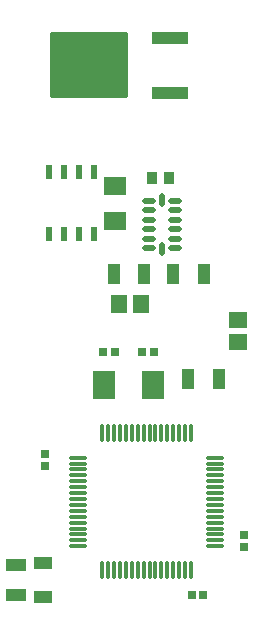
<source format=gbr>
%TF.GenerationSoftware,Altium Limited,Altium Designer,20.0.9 (164)*%
G04 Layer_Color=128*
%FSLAX26Y26*%
%MOIN*%
%TF.FileFunction,Paste,Bot*%
%TF.Part,Single*%
G01*
G75*
%TA.AperFunction,SMDPad,CuDef*%
%ADD13R,0.037402X0.041339*%
%ADD47R,0.064961X0.043307*%
%TA.AperFunction,ConnectorPad*%
%ADD48R,0.066929X0.043307*%
%TA.AperFunction,SMDPad,CuDef*%
%ADD49R,0.043307X0.066929*%
%ADD50R,0.074803X0.059055*%
%ADD51O,0.011811X0.062992*%
%ADD52O,0.062992X0.011811*%
%ADD53R,0.028346X0.028346*%
%ADD54R,0.061024X0.055118*%
%ADD55R,0.055118X0.061024*%
%ADD56R,0.028346X0.029921*%
%ADD57R,0.029921X0.028346*%
%ADD58O,0.045079X0.021654*%
%ADD59O,0.021654X0.045079*%
G04:AMPARAMS|DCode=60|XSize=41.339mil|YSize=122.047mil|CornerRadius=2.067mil|HoleSize=0mil|Usage=FLASHONLY|Rotation=90.000|XOffset=0mil|YOffset=0mil|HoleType=Round|Shape=RoundedRectangle|*
%AMROUNDEDRECTD60*
21,1,0.041339,0.117913,0,0,90.0*
21,1,0.037205,0.122047,0,0,90.0*
1,1,0.004134,0.058957,0.018602*
1,1,0.004134,0.058957,-0.018602*
1,1,0.004134,-0.058957,-0.018602*
1,1,0.004134,-0.058957,0.018602*
%
%ADD60ROUNDEDRECTD60*%
G04:AMPARAMS|DCode=61|XSize=220.472mil|YSize=259.842mil|CornerRadius=2.205mil|HoleSize=0mil|Usage=FLASHONLY|Rotation=90.000|XOffset=0mil|YOffset=0mil|HoleType=Round|Shape=RoundedRectangle|*
%AMROUNDEDRECTD61*
21,1,0.220472,0.255433,0,0,90.0*
21,1,0.216063,0.259842,0,0,90.0*
1,1,0.004409,0.127717,0.108031*
1,1,0.004409,0.127717,-0.108031*
1,1,0.004409,-0.127717,-0.108031*
1,1,0.004409,-0.127717,0.108031*
%
%ADD61ROUNDEDRECTD61*%
%ADD62R,0.074803X0.094488*%
G04:AMPARAMS|DCode=63|XSize=21.654mil|YSize=49.213mil|CornerRadius=1.949mil|HoleSize=0mil|Usage=FLASHONLY|Rotation=0.000|XOffset=0mil|YOffset=0mil|HoleType=Round|Shape=RoundedRectangle|*
%AMROUNDEDRECTD63*
21,1,0.021654,0.045315,0,0,0.0*
21,1,0.017756,0.049213,0,0,0.0*
1,1,0.003898,0.008878,-0.022657*
1,1,0.003898,-0.008878,-0.022657*
1,1,0.003898,-0.008878,0.022657*
1,1,0.003898,0.008878,0.022657*
%
%ADD63ROUNDEDRECTD63*%
D13*
X1526457Y2245000D02*
D03*
X1583543D02*
D03*
D47*
X1165000Y848898D02*
D03*
Y961102D02*
D03*
D48*
X1075000Y956181D02*
D03*
Y853819D02*
D03*
D49*
X1648819Y1575000D02*
D03*
X1751181D02*
D03*
X1502362Y1925000D02*
D03*
X1400000D02*
D03*
X1598819D02*
D03*
X1701181D02*
D03*
D50*
X1405000Y2100945D02*
D03*
Y2219055D02*
D03*
D51*
X1362362Y1393347D02*
D03*
X1382047D02*
D03*
X1401732D02*
D03*
X1421417D02*
D03*
X1441102D02*
D03*
X1460787D02*
D03*
X1480472D02*
D03*
X1500157D02*
D03*
X1519842D02*
D03*
X1539527D02*
D03*
X1559213D02*
D03*
X1578898D02*
D03*
X1598583D02*
D03*
X1618268D02*
D03*
X1637953D02*
D03*
X1657638D02*
D03*
Y936654D02*
D03*
X1637953D02*
D03*
X1618268D02*
D03*
X1598583D02*
D03*
X1578898D02*
D03*
X1559213D02*
D03*
X1539527D02*
D03*
X1519842D02*
D03*
X1500157D02*
D03*
X1480472D02*
D03*
X1460787D02*
D03*
X1441102D02*
D03*
X1421417D02*
D03*
X1401732D02*
D03*
X1382047D02*
D03*
X1362362D02*
D03*
D52*
X1738346Y1312638D02*
D03*
Y1292953D02*
D03*
Y1273268D02*
D03*
Y1253583D02*
D03*
Y1233898D02*
D03*
Y1214213D02*
D03*
Y1194528D02*
D03*
Y1174843D02*
D03*
Y1155158D02*
D03*
Y1135473D02*
D03*
Y1115787D02*
D03*
Y1096102D02*
D03*
Y1076417D02*
D03*
Y1056732D02*
D03*
Y1037047D02*
D03*
Y1017362D02*
D03*
X1281653D02*
D03*
Y1037047D02*
D03*
Y1056732D02*
D03*
Y1076417D02*
D03*
Y1096102D02*
D03*
Y1115787D02*
D03*
Y1135473D02*
D03*
Y1155158D02*
D03*
Y1174843D02*
D03*
Y1194528D02*
D03*
Y1214213D02*
D03*
Y1233898D02*
D03*
Y1253583D02*
D03*
Y1273268D02*
D03*
Y1292953D02*
D03*
Y1312638D02*
D03*
D53*
X1495315Y1665000D02*
D03*
X1534685D02*
D03*
X1404685D02*
D03*
X1365315D02*
D03*
D54*
X1815000Y1697598D02*
D03*
Y1772401D02*
D03*
D55*
X1417598Y1825000D02*
D03*
X1492401D02*
D03*
D56*
X1170000Y1286102D02*
D03*
Y1323898D02*
D03*
X1835000Y1053898D02*
D03*
Y1016102D02*
D03*
D57*
X1698898Y855000D02*
D03*
X1661102D02*
D03*
D58*
X1516791Y2168740D02*
D03*
Y2137244D02*
D03*
Y2105748D02*
D03*
Y2074252D02*
D03*
Y2042756D02*
D03*
Y2011260D02*
D03*
X1603209D02*
D03*
Y2042756D02*
D03*
Y2074252D02*
D03*
Y2105748D02*
D03*
Y2137244D02*
D03*
Y2168740D02*
D03*
D59*
X1560000Y2007421D02*
D03*
Y2172579D02*
D03*
D60*
X1587323Y2710157D02*
D03*
Y2529843D02*
D03*
D61*
X1319606Y2620000D02*
D03*
D62*
X1369291Y1555000D02*
D03*
X1530709D02*
D03*
D63*
X1185000Y2263346D02*
D03*
X1235000D02*
D03*
X1285000D02*
D03*
X1335000D02*
D03*
X1185000Y2056653D02*
D03*
X1235000D02*
D03*
X1285000D02*
D03*
X1335000D02*
D03*
%TF.MD5,e2daf52faadd630867af9ca5d12f9d68*%
M02*

</source>
